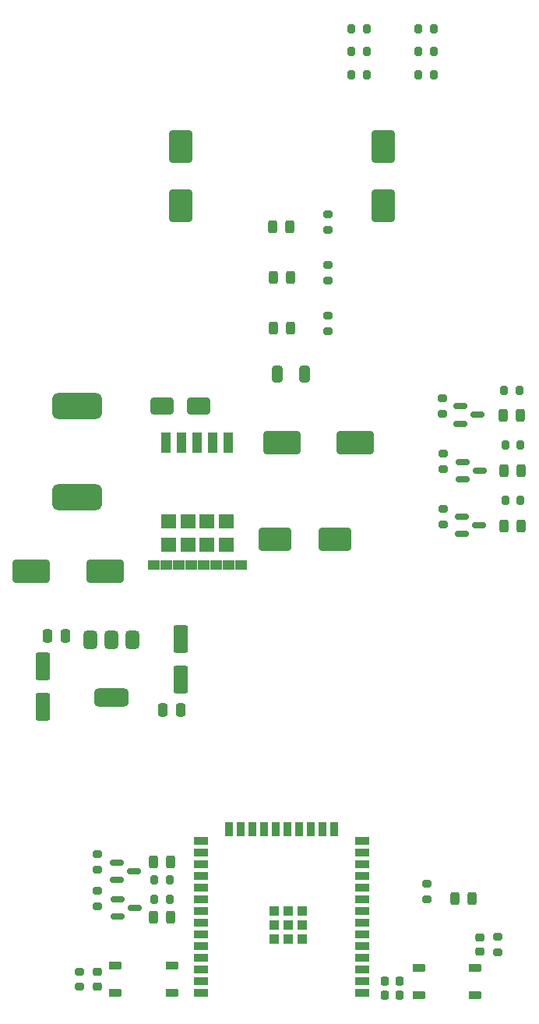
<source format=gtp>
G04 #@! TF.GenerationSoftware,KiCad,Pcbnew,8.0.4*
G04 #@! TF.CreationDate,2025-01-23T14:05:32+11:00*
G04 #@! TF.ProjectId,Rotating_Cube_Shelf_2,526f7461-7469-46e6-975f-437562655f53,rev?*
G04 #@! TF.SameCoordinates,Original*
G04 #@! TF.FileFunction,Paste,Top*
G04 #@! TF.FilePolarity,Positive*
%FSLAX46Y46*%
G04 Gerber Fmt 4.6, Leading zero omitted, Abs format (unit mm)*
G04 Created by KiCad (PCBNEW 8.0.4) date 2025-01-23 14:05:32*
%MOMM*%
%LPD*%
G01*
G04 APERTURE LIST*
G04 Aperture macros list*
%AMRoundRect*
0 Rectangle with rounded corners*
0 $1 Rounding radius*
0 $2 $3 $4 $5 $6 $7 $8 $9 X,Y pos of 4 corners*
0 Add a 4 corners polygon primitive as box body*
4,1,4,$2,$3,$4,$5,$6,$7,$8,$9,$2,$3,0*
0 Add four circle primitives for the rounded corners*
1,1,$1+$1,$2,$3*
1,1,$1+$1,$4,$5*
1,1,$1+$1,$6,$7*
1,1,$1+$1,$8,$9*
0 Add four rect primitives between the rounded corners*
20,1,$1+$1,$2,$3,$4,$5,0*
20,1,$1+$1,$4,$5,$6,$7,0*
20,1,$1+$1,$6,$7,$8,$9,0*
20,1,$1+$1,$8,$9,$2,$3,0*%
G04 Aperture macros list end*
%ADD10C,0.010000*%
%ADD11RoundRect,0.200000X0.275000X-0.200000X0.275000X0.200000X-0.275000X0.200000X-0.275000X-0.200000X0*%
%ADD12RoundRect,0.200000X-0.200000X-0.275000X0.200000X-0.275000X0.200000X0.275000X-0.200000X0.275000X0*%
%ADD13RoundRect,0.150000X-0.587500X-0.150000X0.587500X-0.150000X0.587500X0.150000X-0.587500X0.150000X0*%
%ADD14RoundRect,0.250000X-0.550000X1.250000X-0.550000X-1.250000X0.550000X-1.250000X0.550000X1.250000X0*%
%ADD15RoundRect,0.250000X1.500000X1.000000X-1.500000X1.000000X-1.500000X-1.000000X1.500000X-1.000000X0*%
%ADD16RoundRect,0.225000X0.475000X0.225000X-0.475000X0.225000X-0.475000X-0.225000X0.475000X-0.225000X0*%
%ADD17RoundRect,0.243750X-0.243750X-0.456250X0.243750X-0.456250X0.243750X0.456250X-0.243750X0.456250X0*%
%ADD18RoundRect,0.243750X0.243750X0.456250X-0.243750X0.456250X-0.243750X-0.456250X0.243750X-0.456250X0*%
%ADD19RoundRect,0.225000X0.225000X0.250000X-0.225000X0.250000X-0.225000X-0.250000X0.225000X-0.250000X0*%
%ADD20RoundRect,0.250000X1.750000X1.000000X-1.750000X1.000000X-1.750000X-1.000000X1.750000X-1.000000X0*%
%ADD21RoundRect,0.250000X1.000000X0.650000X-1.000000X0.650000X-1.000000X-0.650000X1.000000X-0.650000X0*%
%ADD22R,1.050000X1.050000*%
%ADD23R,1.500000X0.900000*%
%ADD24R,0.900000X1.500000*%
%ADD25RoundRect,0.250000X1.000000X-1.500000X1.000000X1.500000X-1.000000X1.500000X-1.000000X-1.500000X0*%
%ADD26RoundRect,0.375000X-0.375000X0.625000X-0.375000X-0.625000X0.375000X-0.625000X0.375000X0.625000X0*%
%ADD27RoundRect,0.500000X-1.400000X0.500000X-1.400000X-0.500000X1.400000X-0.500000X1.400000X0.500000X0*%
%ADD28RoundRect,0.250000X-0.250000X-0.475000X0.250000X-0.475000X0.250000X0.475000X-0.250000X0.475000X0*%
%ADD29RoundRect,0.225000X-0.250000X0.225000X-0.250000X-0.225000X0.250000X-0.225000X0.250000X0.225000X0*%
%ADD30RoundRect,0.200000X-0.275000X0.200000X-0.275000X-0.200000X0.275000X-0.200000X0.275000X0.200000X0*%
%ADD31RoundRect,0.250000X0.325000X0.650000X-0.325000X0.650000X-0.325000X-0.650000X0.325000X-0.650000X0*%
%ADD32RoundRect,0.250000X0.250000X0.475000X-0.250000X0.475000X-0.250000X-0.475000X0.250000X-0.475000X0*%
%ADD33RoundRect,0.225000X-0.475000X-0.225000X0.475000X-0.225000X0.475000X0.225000X-0.475000X0.225000X0*%
%ADD34RoundRect,0.250000X0.550000X-1.250000X0.550000X1.250000X-0.550000X1.250000X-0.550000X-1.250000X0*%
%ADD35RoundRect,0.725000X1.975000X0.725000X-1.975000X0.725000X-1.975000X-0.725000X1.975000X-0.725000X0*%
%ADD36R,1.070000X2.160000*%
%ADD37RoundRect,0.250000X-1.750000X-1.000000X1.750000X-1.000000X1.750000X1.000000X-1.750000X1.000000X0*%
G04 APERTURE END LIST*
D10*
X-13315000Y-11140000D02*
X-14535000Y-11140000D01*
X-14535000Y-10290000D01*
X-13315000Y-10290000D01*
X-13315000Y-11140000D01*
G36*
X-13315000Y-11140000D02*
G01*
X-14535000Y-11140000D01*
X-14535000Y-10290000D01*
X-13315000Y-10290000D01*
X-13315000Y-11140000D01*
G37*
X-11965000Y-11140000D02*
X-13185000Y-11140000D01*
X-13185000Y-10290000D01*
X-11965000Y-10290000D01*
X-11965000Y-11140000D01*
G36*
X-11965000Y-11140000D02*
G01*
X-13185000Y-11140000D01*
X-13185000Y-10290000D01*
X-11965000Y-10290000D01*
X-11965000Y-11140000D01*
G37*
X-11565000Y-6650000D02*
X-13075000Y-6650000D01*
X-13075000Y-5250000D01*
X-11565000Y-5250000D01*
X-11565000Y-6650000D01*
G36*
X-11565000Y-6650000D02*
G01*
X-13075000Y-6650000D01*
X-13075000Y-5250000D01*
X-11565000Y-5250000D01*
X-11565000Y-6650000D01*
G37*
X-11565000Y-9190000D02*
X-13075000Y-9190000D01*
X-13075000Y-7790000D01*
X-11565000Y-7790000D01*
X-11565000Y-9190000D01*
G36*
X-11565000Y-9190000D02*
G01*
X-13075000Y-9190000D01*
X-13075000Y-7790000D01*
X-11565000Y-7790000D01*
X-11565000Y-9190000D01*
G37*
X-10615000Y-11140000D02*
X-11835000Y-11140000D01*
X-11835000Y-10290000D01*
X-10615000Y-10290000D01*
X-10615000Y-11140000D01*
G36*
X-10615000Y-11140000D02*
G01*
X-11835000Y-11140000D01*
X-11835000Y-10290000D01*
X-10615000Y-10290000D01*
X-10615000Y-11140000D01*
G37*
X-9485000Y-6650000D02*
X-10995000Y-6650000D01*
X-10995000Y-5250000D01*
X-9485000Y-5250000D01*
X-9485000Y-6650000D01*
G36*
X-9485000Y-6650000D02*
G01*
X-10995000Y-6650000D01*
X-10995000Y-5250000D01*
X-9485000Y-5250000D01*
X-9485000Y-6650000D01*
G37*
X-9485000Y-9190000D02*
X-10995000Y-9190000D01*
X-10995000Y-7790000D01*
X-9485000Y-7790000D01*
X-9485000Y-9190000D01*
G36*
X-9485000Y-9190000D02*
G01*
X-10995000Y-9190000D01*
X-10995000Y-7790000D01*
X-9485000Y-7790000D01*
X-9485000Y-9190000D01*
G37*
X-9265000Y-11140000D02*
X-10485000Y-11140000D01*
X-10485000Y-10290000D01*
X-9265000Y-10290000D01*
X-9265000Y-11140000D01*
G36*
X-9265000Y-11140000D02*
G01*
X-10485000Y-11140000D01*
X-10485000Y-10290000D01*
X-9265000Y-10290000D01*
X-9265000Y-11140000D01*
G37*
X-7915000Y-11140000D02*
X-9135000Y-11140000D01*
X-9135000Y-10290000D01*
X-7915000Y-10290000D01*
X-7915000Y-11140000D01*
G36*
X-7915000Y-11140000D02*
G01*
X-9135000Y-11140000D01*
X-9135000Y-10290000D01*
X-7915000Y-10290000D01*
X-7915000Y-11140000D01*
G37*
X-7405000Y-6650000D02*
X-8915000Y-6650000D01*
X-8915000Y-5250000D01*
X-7405000Y-5250000D01*
X-7405000Y-6650000D01*
G36*
X-7405000Y-6650000D02*
G01*
X-8915000Y-6650000D01*
X-8915000Y-5250000D01*
X-7405000Y-5250000D01*
X-7405000Y-6650000D01*
G37*
X-7405000Y-9190000D02*
X-8915000Y-9190000D01*
X-8915000Y-7790000D01*
X-7405000Y-7790000D01*
X-7405000Y-9190000D01*
G36*
X-7405000Y-9190000D02*
G01*
X-8915000Y-9190000D01*
X-8915000Y-7790000D01*
X-7405000Y-7790000D01*
X-7405000Y-9190000D01*
G37*
X-6565000Y-11140000D02*
X-7785000Y-11140000D01*
X-7785000Y-10290000D01*
X-6565000Y-10290000D01*
X-6565000Y-11140000D01*
G36*
X-6565000Y-11140000D02*
G01*
X-7785000Y-11140000D01*
X-7785000Y-10290000D01*
X-6565000Y-10290000D01*
X-6565000Y-11140000D01*
G37*
X-5325000Y-6650000D02*
X-6835000Y-6650000D01*
X-6835000Y-5250000D01*
X-5325000Y-5250000D01*
X-5325000Y-6650000D01*
G36*
X-5325000Y-6650000D02*
G01*
X-6835000Y-6650000D01*
X-6835000Y-5250000D01*
X-5325000Y-5250000D01*
X-5325000Y-6650000D01*
G37*
X-5325000Y-9190000D02*
X-6835000Y-9190000D01*
X-6835000Y-7790000D01*
X-5325000Y-7790000D01*
X-5325000Y-9190000D01*
G36*
X-5325000Y-9190000D02*
G01*
X-6835000Y-9190000D01*
X-6835000Y-7790000D01*
X-5325000Y-7790000D01*
X-5325000Y-9190000D01*
G37*
X-5215000Y-11140000D02*
X-6435000Y-11140000D01*
X-6435000Y-10290000D01*
X-5215000Y-10290000D01*
X-5215000Y-11140000D01*
G36*
X-5215000Y-11140000D02*
G01*
X-6435000Y-11140000D01*
X-6435000Y-10290000D01*
X-5215000Y-10290000D01*
X-5215000Y-11140000D01*
G37*
X-3865000Y-11140000D02*
X-5085000Y-11140000D01*
X-5085000Y-10290000D01*
X-3865000Y-10290000D01*
X-3865000Y-11140000D01*
G36*
X-3865000Y-11140000D02*
G01*
X-5085000Y-11140000D01*
X-5085000Y-10290000D01*
X-3865000Y-10290000D01*
X-3865000Y-11140000D01*
G37*
D11*
X17562500Y-325000D03*
X17562500Y1325000D03*
X5000000Y25675000D03*
X5000000Y27325000D03*
X-20000000Y-47825000D03*
X-20000000Y-46175000D03*
D12*
X7575000Y45000000D03*
X9225000Y45000000D03*
D13*
X19562500Y-5500000D03*
X19562500Y-7400000D03*
X21437500Y-6450000D03*
D11*
X5000000Y20175000D03*
X5000000Y21825000D03*
D12*
X14875000Y47500000D03*
X16525000Y47500000D03*
D14*
X-26000000Y-21800000D03*
X-26000000Y-26200000D03*
D15*
X5750000Y-8000000D03*
X-750000Y-8000000D03*
D16*
X14950000Y-54500000D03*
X21050000Y-54500000D03*
X14950000Y-57500000D03*
X21050000Y-57500000D03*
D17*
X-937500Y20500000D03*
X937500Y20500000D03*
D18*
X26000000Y-6500000D03*
X24125000Y-6500000D03*
D12*
X-13825000Y-45000000D03*
X-12175000Y-45000000D03*
D19*
X12775000Y-56000000D03*
X11225000Y-56000000D03*
D12*
X14875000Y42500000D03*
X16525000Y42500000D03*
D18*
X-12062500Y-43000000D03*
X-13937500Y-43000000D03*
D20*
X-19225000Y-11425000D03*
X-27225000Y-11425000D03*
D12*
X14875000Y45000000D03*
X16525000Y45000000D03*
D13*
X19687500Y450000D03*
X19687500Y-1450000D03*
X21562500Y-500000D03*
X-17875000Y-47050000D03*
X-17875000Y-48950000D03*
X-16000000Y-48000000D03*
D12*
X24175000Y8250000D03*
X25825000Y8250000D03*
D21*
X-9000000Y6500000D03*
X-13000000Y6500000D03*
D22*
X-845000Y-48385000D03*
X-845000Y-49910000D03*
X-845000Y-51435000D03*
X680000Y-48385000D03*
X680000Y-49910000D03*
X680000Y-51435000D03*
X2205000Y-48385000D03*
X2205000Y-49910000D03*
X2205000Y-51435000D03*
D23*
X-8750000Y-57250000D03*
X-8750000Y-55980000D03*
X-8750000Y-54710000D03*
X-8750000Y-53440000D03*
X-8750000Y-52170000D03*
X-8750000Y-50900000D03*
X-8750000Y-49630000D03*
X-8750000Y-48360000D03*
X-8750000Y-47090000D03*
X-8750000Y-45820000D03*
X-8750000Y-44550000D03*
X-8750000Y-43280000D03*
X-8750000Y-42010000D03*
X-8750000Y-40740000D03*
D24*
X-5720000Y-39490000D03*
X-4450000Y-39490000D03*
X-3180000Y-39490000D03*
X-1910000Y-39490000D03*
X-640000Y-39490000D03*
X630000Y-39490000D03*
X1900000Y-39490000D03*
X3170000Y-39490000D03*
X4440000Y-39490000D03*
X5710000Y-39490000D03*
D23*
X8750000Y-40740000D03*
X8750000Y-42010000D03*
X8750000Y-43280000D03*
X8750000Y-44550000D03*
X8750000Y-45820000D03*
X8750000Y-47090000D03*
X8750000Y-48360000D03*
X8750000Y-49630000D03*
X8750000Y-50900000D03*
X8750000Y-52170000D03*
X8750000Y-53440000D03*
X8750000Y-54710000D03*
X8750000Y-55980000D03*
X8750000Y-57250000D03*
D18*
X18812500Y-47000000D03*
X20687500Y-47000000D03*
D12*
X7575000Y47500000D03*
X9225000Y47500000D03*
D19*
X12775000Y-57500000D03*
X11225000Y-57500000D03*
D12*
X24300000Y2250000D03*
X25950000Y2250000D03*
D25*
X11000000Y28250000D03*
X11000000Y34750000D03*
D11*
X-20000000Y-43825000D03*
X-20000000Y-42175000D03*
D26*
X-16200000Y-18850000D03*
X-18500000Y-18850000D03*
D27*
X-18500000Y-25150000D03*
D26*
X-20800000Y-18850000D03*
D12*
X7575000Y42500000D03*
X9225000Y42500000D03*
D28*
X-25450000Y-18500000D03*
X-23550000Y-18500000D03*
D17*
X-1000000Y26000000D03*
X875000Y26000000D03*
D29*
X-20000000Y-54975000D03*
X-20000000Y-56525000D03*
D30*
X23500000Y-51175000D03*
X23500000Y-52825000D03*
D18*
X-13937500Y-49050000D03*
X-12062500Y-49050000D03*
D31*
X2475000Y10000000D03*
X-475000Y10000000D03*
D32*
X-11000000Y-26500000D03*
X-12900000Y-26500000D03*
D33*
X-18050000Y-54250000D03*
X-11950000Y-54250000D03*
X-18050000Y-57250000D03*
X-11950000Y-57250000D03*
D13*
X19437500Y6500000D03*
X19437500Y4600000D03*
X21312500Y5550000D03*
X-17937500Y-43100000D03*
X-17937500Y-45000000D03*
X-16062500Y-44050000D03*
D25*
X-11000000Y28250000D03*
X-11000000Y34750000D03*
D18*
X26062500Y-500000D03*
X24187500Y-500000D03*
D11*
X17437500Y5675000D03*
X17437500Y7325000D03*
D34*
X-11000000Y-23200000D03*
X-11000000Y-18800000D03*
D35*
X-22225000Y6525000D03*
X-22225000Y-3375000D03*
D30*
X-22000000Y-54925000D03*
X-22000000Y-56575000D03*
D11*
X15750000Y-47075000D03*
X15750000Y-45425000D03*
D12*
X-12175000Y-47050000D03*
X-13825000Y-47050000D03*
D11*
X17562500Y-6325000D03*
X17562500Y-4675000D03*
D12*
X24300000Y-3750000D03*
X25950000Y-3750000D03*
D18*
X25937500Y5500000D03*
X24062500Y5500000D03*
D11*
X5000000Y14675000D03*
X5000000Y16325000D03*
D36*
X-5800000Y2500000D03*
X-7500000Y2500000D03*
X-9200000Y2500000D03*
X-10900000Y2500000D03*
X-12600000Y2500000D03*
D29*
X21500000Y-51225000D03*
X21500000Y-52775000D03*
D37*
X0Y2575000D03*
X8000000Y2575000D03*
D17*
X-937500Y15000000D03*
X937500Y15000000D03*
M02*

</source>
